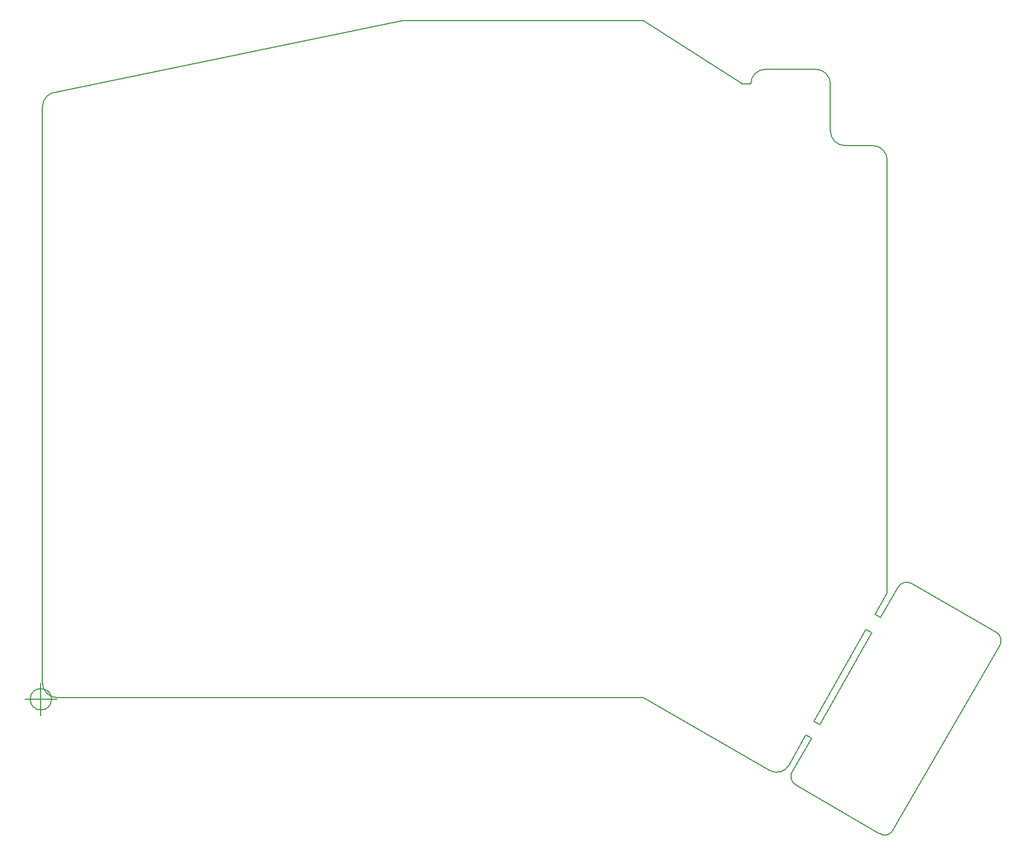
<source format=gm1>
G04 #@! TF.GenerationSoftware,KiCad,Pcbnew,(6.0.0)*
G04 #@! TF.CreationDate,2022-02-07T00:58:47-05:00*
G04 #@! TF.ProjectId,ergodash,6572676f-6461-4736-982e-6b696361645f,2.0*
G04 #@! TF.SameCoordinates,Original*
G04 #@! TF.FileFunction,Profile,NP*
%FSLAX46Y46*%
G04 Gerber Fmt 4.6, Leading zero omitted, Abs format (unit mm)*
G04 Created by KiCad (PCBNEW (6.0.0)) date 2022-02-07 00:58:47*
%MOMM*%
%LPD*%
G01*
G04 APERTURE LIST*
G04 #@! TA.AperFunction,Profile*
%ADD10C,0.150000*%
G04 #@! TD*
G04 APERTURE END LIST*
D10*
X191262000Y-44704000D02*
G75*
G03*
X188976000Y-46990000I0J-2286000D01*
G01*
X210312000Y-58928000D02*
G75*
G03*
X208026000Y-56642000I-2286000J0D01*
G01*
X114808000Y-143002000D02*
X172212000Y-143002000D01*
X198882000Y-146685000D02*
X199771000Y-147193000D01*
X197612000Y-148844000D02*
X198501000Y-149352000D01*
X163576000Y-37084000D02*
X172212000Y-37084000D01*
X172212000Y-37084000D02*
X187706000Y-46990000D01*
X227838000Y-135001000D02*
G75*
G03*
X227457000Y-132842000I-1269998J889000D01*
G01*
X212090000Y-125603000D02*
X209296000Y-130429000D01*
X210312000Y-110236000D02*
X210312000Y-122174000D01*
X201422000Y-46990000D02*
G75*
G03*
X199136000Y-44704000I-2286000J0D01*
G01*
X172212000Y-143002000D02*
X192024000Y-154432000D01*
X209042000Y-164211000D02*
G75*
G03*
X211074000Y-163957000I889000J1143000D01*
G01*
X134620000Y-37084000D02*
X163576000Y-37084000D01*
X195453000Y-154559000D02*
G75*
G03*
X195961000Y-156591000I1270000J-762000D01*
G01*
X210312000Y-126619000D02*
X208407000Y-129921000D01*
X207010000Y-132334000D02*
X207899000Y-132842000D01*
X199771000Y-147193000D02*
X207899000Y-132842000D01*
X201422000Y-46990000D02*
X201422000Y-54356000D01*
X191262000Y-44704000D02*
X199136000Y-44704000D01*
X192024000Y-154432000D02*
G75*
G03*
X194945000Y-153543000I1016000J1905000D01*
G01*
X188976000Y-46990000D02*
X187706000Y-46990000D01*
X80518000Y-48260000D02*
G75*
G03*
X78232000Y-50546000I0J-2286000D01*
G01*
X134620000Y-37084000D02*
X80518000Y-48260000D01*
X210312000Y-58928000D02*
X210312000Y-110236000D01*
X78232000Y-140716000D02*
X78232000Y-50546000D01*
X194945000Y-153543000D02*
X197612000Y-148844000D01*
X201422000Y-54356000D02*
G75*
G03*
X203708000Y-56642000I2286000J0D01*
G01*
X208407000Y-129921000D02*
X209296000Y-130429000D01*
X214249000Y-125222000D02*
X227457000Y-132842000D01*
X214249000Y-125222000D02*
G75*
G03*
X212090000Y-125603000I-889000J-1269998D01*
G01*
X195961000Y-156591000D02*
X209042000Y-164211000D01*
X203708000Y-56642000D02*
X208026000Y-56642000D01*
X78232000Y-140716000D02*
G75*
G03*
X80518000Y-143002000I2286000J0D01*
G01*
X80518000Y-143002000D02*
X114808000Y-143002000D01*
X198501000Y-149352000D02*
X195453000Y-154559000D01*
X210312000Y-122174000D02*
X210312000Y-126619000D01*
X198882000Y-146685000D02*
X207010000Y-132334000D01*
X211074000Y-163957000D02*
X227838000Y-135001000D01*
X79644666Y-143256000D02*
G75*
G03*
X79644666Y-143256000I-1666666J0D01*
G01*
X75478000Y-143256000D02*
X80478000Y-143256000D01*
X77978000Y-140756000D02*
X77978000Y-145756000D01*
M02*

</source>
